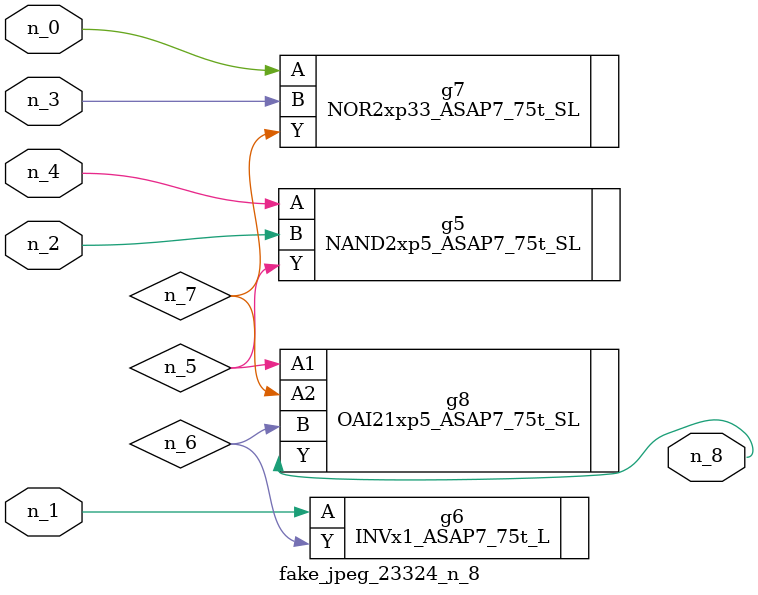
<source format=v>
module fake_jpeg_23324_n_8 (n_3, n_2, n_1, n_0, n_4, n_8);

input n_3;
input n_2;
input n_1;
input n_0;
input n_4;

output n_8;

wire n_6;
wire n_5;
wire n_7;

NAND2xp5_ASAP7_75t_SL g5 ( 
.A(n_4),
.B(n_2),
.Y(n_5)
);

INVx1_ASAP7_75t_L g6 ( 
.A(n_1),
.Y(n_6)
);

NOR2xp33_ASAP7_75t_SL g7 ( 
.A(n_0),
.B(n_3),
.Y(n_7)
);

OAI21xp5_ASAP7_75t_SL g8 ( 
.A1(n_5),
.A2(n_7),
.B(n_6),
.Y(n_8)
);


endmodule
</source>
